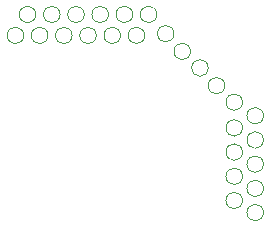
<source format=gbr>
%TF.GenerationSoftware,KiCad,Pcbnew,7.0.7*%
%TF.CreationDate,2024-03-24T16:36:28-04:00*%
%TF.ProjectId,RCP-FLEX,5243502d-464c-4455-982e-6b696361645f,rev?*%
%TF.SameCoordinates,Original*%
%TF.FileFunction,Legend,Top*%
%TF.FilePolarity,Positive*%
%FSLAX46Y46*%
G04 Gerber Fmt 4.6, Leading zero omitted, Abs format (unit mm)*
G04 Created by KiCad (PCBNEW 7.0.7) date 2024-03-24 16:36:28*
%MOMM*%
%LPD*%
G01*
G04 APERTURE LIST*
%ADD10C,0.120000*%
G04 APERTURE END LIST*
D10*
%TO.C,TP51*%
X172600000Y-60050000D02*
G75*
G03*
X172600000Y-60050000I-700000J0D01*
G01*
X174000000Y-61550000D02*
G75*
G03*
X174000000Y-61550000I-700000J0D01*
G01*
X178400000Y-65850000D02*
G75*
G03*
X178400000Y-65850000I-700000J0D01*
G01*
X176900000Y-64450000D02*
G75*
G03*
X176900000Y-64450000I-700000J0D01*
G01*
X175500000Y-62950000D02*
G75*
G03*
X175500000Y-62950000I-700000J0D01*
G01*
%TO.C,TP59*%
X178400000Y-72125000D02*
G75*
G03*
X178400000Y-72125000I-700000J0D01*
G01*
%TO.C,TP42*%
X166025000Y-60200000D02*
G75*
G03*
X166025000Y-60200000I-700000J0D01*
G01*
%TO.C,TP38*%
X161925000Y-60200000D02*
G75*
G03*
X161925000Y-60200000I-700000J0D01*
G01*
%TO.C,TP57*%
X178400000Y-70075000D02*
G75*
G03*
X178400000Y-70075000I-700000J0D01*
G01*
%TO.C,TP58*%
X180175000Y-71100000D02*
G75*
G03*
X180175000Y-71100000I-700000J0D01*
G01*
%TO.C,TP54*%
X180175000Y-69050000D02*
G75*
G03*
X180175000Y-69050000I-700000J0D01*
G01*
%TO.C,TP66*%
X180175000Y-75200000D02*
G75*
G03*
X180175000Y-75200000I-700000J0D01*
G01*
%TO.C,TP35*%
X160900000Y-58425000D02*
G75*
G03*
X160900000Y-58425000I-700000J0D01*
G01*
%TO.C,TP45*%
X167050000Y-58425000D02*
G75*
G03*
X167050000Y-58425000I-700000J0D01*
G01*
%TO.C,TP40*%
X163975000Y-60200000D02*
G75*
G03*
X163975000Y-60200000I-700000J0D01*
G01*
%TO.C,TP34*%
X159875000Y-60200000D02*
G75*
G03*
X159875000Y-60200000I-700000J0D01*
G01*
%TO.C,TP52*%
X180175000Y-67000000D02*
G75*
G03*
X180175000Y-67000000I-700000J0D01*
G01*
%TO.C,TP39*%
X162950000Y-58425000D02*
G75*
G03*
X162950000Y-58425000I-700000J0D01*
G01*
%TO.C,TP51*%
X171150000Y-58425000D02*
G75*
G03*
X171150000Y-58425000I-700000J0D01*
G01*
%TO.C,TP48*%
X170125000Y-60200000D02*
G75*
G03*
X170125000Y-60200000I-700000J0D01*
G01*
%TO.C,TP61*%
X178400000Y-74175000D02*
G75*
G03*
X178400000Y-74175000I-700000J0D01*
G01*
%TO.C,TP60*%
X180175000Y-73150000D02*
G75*
G03*
X180175000Y-73150000I-700000J0D01*
G01*
%TO.C,TP53*%
X178400000Y-68025000D02*
G75*
G03*
X178400000Y-68025000I-700000J0D01*
G01*
%TO.C,TP41*%
X165000000Y-58425000D02*
G75*
G03*
X165000000Y-58425000I-700000J0D01*
G01*
%TO.C,TP47*%
X169100000Y-58425000D02*
G75*
G03*
X169100000Y-58425000I-700000J0D01*
G01*
%TO.C,TP46*%
X168075000Y-60200000D02*
G75*
G03*
X168075000Y-60200000I-700000J0D01*
G01*
%TD*%
M02*

</source>
